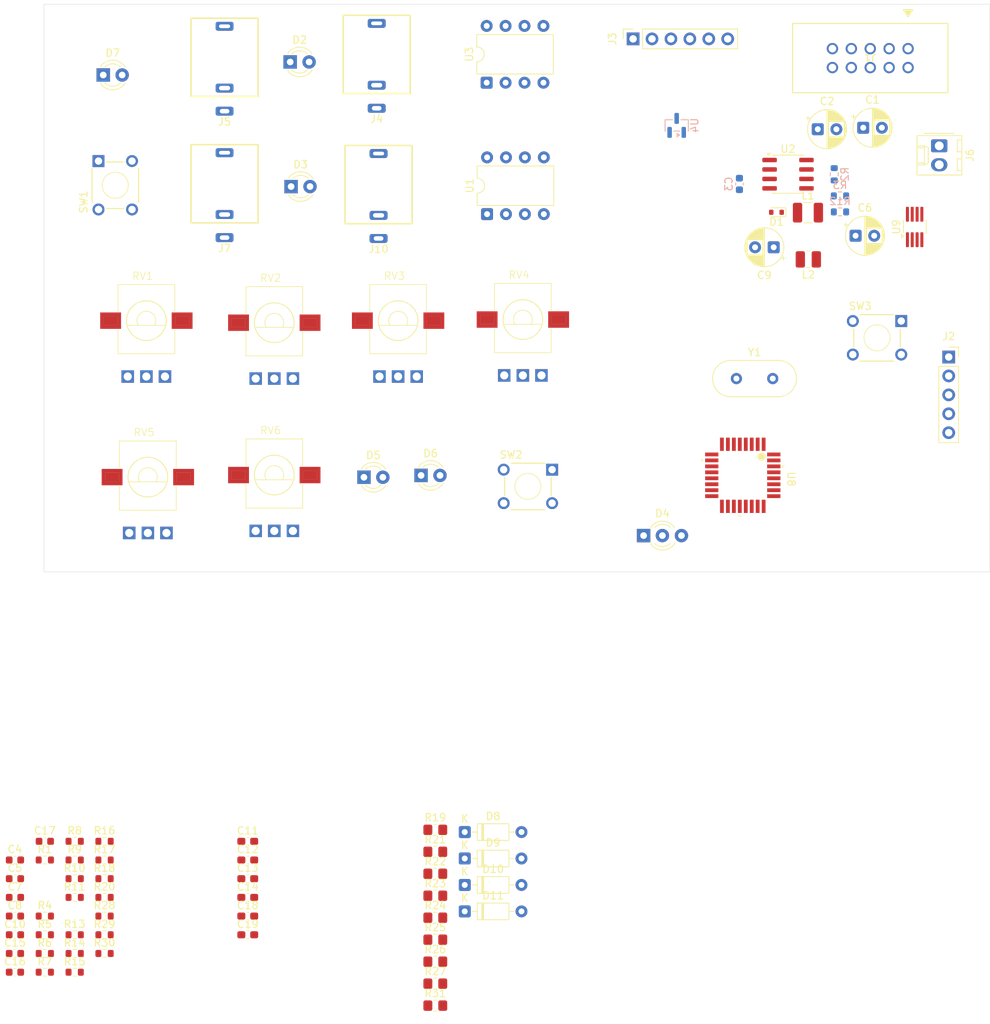
<source format=kicad_pcb>
(kicad_pcb (version 20241229) (generator "pcbnew") (generator_version "9.0")
  (layers (0 "F.Cu" signal) (2 "B.Cu" signal) (13 "F.Paste" user) (15 "B.Paste" user) (5 "F.SilkS" user "F.Silkscreen") (7 "B.SilkS" user "B.Silkscreen") (1 "F.Mask" user) (3 "B.Mask" user) (25 "Edge.Cuts" user))
  (net 0 "")
  (net 1 "GND")
  (net 2 "-12V")
  (net 3 "+12V")
  (net 4 "Net-(U2-TC)")
  (net 5 "+3.3V")
  (net 6 "Net-(C7-Pad1)")
  (net 7 "Net-(U1A-+)")
  (net 8 "+3.3VA")
  (net 9 "Net-(C10-Pad1)")
  (net 10 "Net-(U8-PC15-OSCX_OUT)")
  (net 11 "Net-(U8-PC14-OSCX_IN)")
  (net 12 "Net-(U1B-+)")
  (net 13 "Net-(U3A--)")
  (net 14 "Net-(C18-Pad2)")
  (net 15 "Net-(U3B--)")
  (net 16 "Net-(C19-Pad2)")
  (net 17 "Net-(D1-K)")
  (net 18 "Net-(D2-A)")
  (net 19 "Net-(D3-A)")
  (net 20 "Net-(D4-A1)")
  (net 21 "Net-(D4-A2)")
  (net 22 "Net-(D5-A)")
  (net 23 "Net-(D6-A)")
  (net 24 "Net-(D7-A)")
  (net 25 "/ADC_GATE_1")
  (net 26 "/ADC_GATE_2")
  (net 27 "/SWCLK")
  (net 28 "/SWDIO")
  (net 29 "/NRST")
  (net 30 "/UART_RX")
  (net 31 "/UART_TX")
  (net 34 "/EG_2_OUT")
  (net 37 "Net-(J5-PadT)")
  (net 38 "/CANL")
  (net 39 "/CANH")
  (net 40 "/SW_GATE_2")
  (net 41 "Net-(J7-PadT)")
  (net 43 "/EG_1_OUT")
  (net 44 "Net-(R1-Pad2)")
  (net 45 "Net-(U2-DC)")
  (net 46 "Net-(U2-Vfb)")
  (net 47 "/TIM3_CH1")
  (net 48 "Net-(U1A--)")
  (net 49 "/TIM3_CH4")
  (net 50 "Net-(U1B--)")
  (net 51 "Net-(R11-Pad1)")
  (net 52 "/IND_GATE_1")
  (net 53 "/IND_GATE_2")
  (net 54 "/IND_EG_MODE_0")
  (net 55 "/IND_EG_MODE_1")
  (net 56 "/IND_ANALOG_GATE")
  (net 57 "/AREF_-3V")
  (net 58 "/A3_IND_BLUE")
  (net 59 "/A3_IND_RED")
  (net 60 "/ADC_A")
  (net 61 "/ADC_D")
  (net 62 "/ADC_S")
  (net 63 "/ADC_R")
  (net 64 "/ADC_D0")
  (net 65 "/ADC_S0")
  (net 66 "/SW_GATE_SRC")
  (net 67 "/SW_EG_MODE")
  (net 69 "/CAN_STB")
  (net 70 "/FDCAN_TX")
  (net 71 "/FDCAN_RX")
  (footprint "Tactile_Switches:SW4_1825910-B_TEC" (layer "F.Cu") (at 134.825 125.325)
    (property "Reference" "SW2" (at -2.25 -4.25 0) (layer "F.SilkS"))
    (property "Value" "EG Modes")
    (pad "1" thru_hole rect (at 3.25 -2.25) (size 1.6 1.6) (drill 0.9906) (layers "*.Cu" "*.Mask") (net 1 "GND"))
    (pad "2" thru_hole circle (at -3.250001 -2.25) (size 1.6 1.6) (drill 0.9906) (layers "*.Cu" "*.Mask") (net 1 "GND"))
    (pad "3" thru_hole circle (at 3.25 2.25) (size 1.6 1.6) (drill 0.9906) (layers "*.Cu" "*.Mask") (net 67 "/SW_EG_MODE"))
    (pad "4" thru_hole circle (at -3.250001 2.25) (size 1.6 1.6) (drill 0.9906) (layers "*.Cu" "*.Mask") (net 67 "/SW_EG_MODE"))
  )
  (footprint "Synth:LED-3.0mm-3" (layer "F.Cu") (at 152.9 131.925)
    (property "Reference" "D4" (at -0.015961 -2.965 0) (layer "F.SilkS"))
    (property "Value" "XLMDKCBD34M")
    (pad "1" thru_hole rect (at -2.54 0) (size 1.8 1.8) (drill 0.9) (layers "*.Cu" "*.Mask") (net 20 "Net-(D4-A1)"))
    (pad "2" thru_hole circle (at -0.015961 0) (size 1.8 1.8) (drill 0.9) (layers "*.Cu" "*.Mask") (net 1 "GND"))
    (pad "3" thru_hole circle (at 2.54 0) (size 1.8 1.8) (drill 0.9) (layers "*.Cu" "*.Mask") (net 21 "Net-(D4-A2)"))
  )
  (footprint "Diode_THT:D_DO-35_SOD27_P7.62mm_Horizontal" (layer "F.Cu") (at 126.345 171.725)
    (property "Reference" "D8" (at 3.81 -2.12 0) (layer "F.SilkS"))
    (property "Value" "1N4148W")
    (fp_text user "K" (at 0 -1.8 0) (layer "F.SilkS"))
    (pad "1" thru_hole roundrect (at 0 0) (size 1.6 1.6) (drill 0.8) (layers "*.Cu" "*.Mask") (roundrect_rratio 0.15625) (net 8 "+3.3VA"))
    (pad "2" thru_hole circle (at 7.62 0) (size 1.6 1.6) (drill 0.8) (layers "*.Cu" "*.Mask") (net 25 "/ADC_GATE_1"))
  )
  (footprint "Diode_THT:D_DO-35_SOD27_P7.62mm_Horizontal" (layer "F.Cu") (at 126.345 175.275)
    (property "Reference" "D9" (at 3.81 -2.12 0) (layer "F.SilkS"))
    (property "Value" "1N4148W")
    (fp_text user "K" (at 0 -1.8 0) (layer "F.SilkS"))
    (pad "1" thru_hole roundrect (at 0 0) (size 1.6 1.6) (drill 0.8) (layers "*.Cu" "*.Mask") (roundrect_rratio 0.15625) (net 25 "/ADC_GATE_1"))
    (pad "2" thru_hole circle (at 7.62 0) (size 1.6 1.6) (drill 0.8) (layers "*.Cu" "*.Mask") (net 1 "GND"))
  )
  (footprint "Package_SO:SOIC-8_3.9x4.9mm_P1.27mm" (layer "F.Cu") (at 169.75 83.415)
    (property "Reference" "U2" (at 0 -3.4 0) (layer "F.SilkS"))
    (property "Value" "MC34063AD")
    (pad "1" smd roundrect (at -2.475 -1.905) (size 1.95 0.6) (layers "F.Cu" "F.Mask" "F.Paste") (net 45 "Net-(U2-DC)"))
    (pad "2" smd roundrect (at -2.475 -0.635) (size 1.95 0.6) (layers "F.Cu" "F.Mask" "F.Paste") (net 17 "Net-(D1-K)"))
    (pad "3" smd roundrect (at -2.475 0.635) (size 1.95 0.6) (layers "F.Cu" "F.Mask" "F.Paste") (net 4 "Net-(U2-TC)"))
    (pad "4" smd roundrect (at -2.475 1.905) (size 1.95 0.6) (layers "F.Cu" "F.Mask" "F.Paste") (net 1 "GND"))
    (pad "5" smd roundrect (at 2.475 1.905) (size 1.95 0.6) (layers "F.Cu" "F.Mask" "F.Paste") (net 46 "Net-(U2-Vfb)"))
    (pad "6" smd roundrect (at 2.475 0.635) (size 1.95 0.6) (layers "F.Cu" "F.Mask" "F.Paste") (net 3 "+12V"))
    (pad "7" smd roundrect (at 2.475 -0.635) (size 1.95 0.6) (layers "F.Cu" "F.Mask" "F.Paste") (net 45 "Net-(U2-DC)"))
    (pad "8" smd roundrect (at 2.475 -1.905) (size 1.95 0.6) (layers "F.Cu" "F.Mask" "F.Paste") (net 45 "Net-(U2-DC)"))
  )
  (footprint "Resistor_SMD:R_0603_1608Metric" (layer "F.Cu") (at 73.975 172.965)
    (property "Reference" "R8" (at 0 -1.43 0) (layer "F.SilkS"))
    (property "Value" "20k")
    (pad "1" smd roundrect (at -0.825 0) (size 0.8 0.95) (layers "F.Cu" "F.Mask" "F.Paste") (net 9 "Net-(C10-Pad1)"))
    (pad "2" smd roundrect (at 0.825 0) (size 0.8 0.95) (layers "F.Cu" "F.Mask" "F.Paste") (net 49 "/TIM3_CH4"))
  )
  (footprint "Crystal:Crystal_HC49-4H_Vertical" (layer "F.Cu") (at 162.82 110.85)
    (property "Reference" "Y1" (at 2.44 -3.52 0) (layer "F.SilkS"))
    (property "Value" "48 MHz")
    (pad "1" thru_hole circle (at 0 0) (size 1.5 1.5) (drill 0.8) (layers "*.Cu" "*.Mask") (net 10 "Net-(U8-PC15-OSCX_OUT)"))
    (pad "2" thru_hole circle (at 4.88 0) (size 1.5 1.5) (drill 0.8) (layers "*.Cu" "*.Mask") (net 11 "Net-(U8-PC14-OSCX_IN)"))
  )
  (footprint "Synth:ALPHA_9MM" (layer "F.Cu") (at 83.8 124.075)
    (property "Reference" "RV5" (at -0.5 -6 0) (layer "F.SilkS") (effects (font (thickness 0.1))))
    (property "Value" "10k")
    (fp_rect (start -3.86 -0.6) (end -5.75 0.6) (stroke (width 0.01)) (fill no) (layer "Edge.Cuts"))
    (fp_rect (start 3.85 -0.6) (end 5.75 0.6) (stroke (width 0.01)) (fill no) (layer "Edge.Cuts"))
    (pad "1" thru_hole rect (at -2.5 7.5) (size 1.674 1.674) (drill 1.1) (layers "*.Cu" "*.Mask") (net 1 "GND"))
    (pad "2" thru_hole rect (at 0 7.5) (size 1.674 1.674) (drill 1.1) (layers "*.Cu" "*.Mask") (net 64 "/ADC_D0"))
    (pad "3" thru_hole rect (at 2.5 7.5) (size 1.674 1.674) (drill 1.1) (layers "*.Cu" "*.Mask") (net 8 "+3.3VA"))
    (pad "4" smd rect (at -4.8 0) (size 2.8 2.2) (layers "F.Cu" "F.Mask" "F.Paste"))
    (pad "5" smd rect (at 4.8 0) (size 2.8 2.2) (layers "F.Cu" "F.Mask" "F.Paste"))
  )
  (footprint "Synth:ALPHA_9MM" (layer "F.Cu") (at 100.775 123.8)
    (property "Reference" "RV6" (at -0.5 -6 0) (layer "F.SilkS") (effects (font (thickness 0.1))))
    (property "Value" "10k")
    (fp_rect (start -3.86 -0.6) (end -5.75 0.6) (stroke (width 0.01)) (fill no) (layer "Edge.Cuts"))
    (fp_rect (start 3.85 -0.6) (end 5.75 0.6) (stroke (width 0.01)) (fill no) (layer "Edge.Cuts"))
    (pad "1" thru_hole rect (at -2.5 7.5) (size 1.674 1.674) (drill 1.1) (layers "*.Cu" "*.Mask") (net 1 "GND"))
    (pad "2" thru_hole rect (at 0 7.5) (size 1.674 1.674) (drill 1.1) (layers "*.Cu" "*.Mask") (net 65 "/ADC_S0"))
    (pad "3" thru_hole rect (at 2.5 7.5) (size 1.674 1.674) (drill 1.1) (layers "*.Cu" "*.Mask") (net 8 "+3.3VA"))
    (pad "4" smd rect (at -4.8 0) (size 2.8 2.2) (layers "F.Cu" "F.Mask" "F.Paste"))
    (pad "5" smd rect (at 4.8 0) (size 2.8 2.2) (layers "F.Cu" "F.Mask" "F.Paste"))
  )
  (footprint "LED_THT:LED_D3.0mm" (layer "F.Cu") (at 120.485 123.85)
    (property "Reference" "D6" (at 1.27 -2.96 0) (layer "F.SilkS"))
    (property "Value" "Mode 1")
    (pad "1" thru_hole rect (at 0 0) (size 1.8 1.8) (drill 0.9) (layers "*.Cu" "*.Mask") (net 1 "GND"))
    (pad "2" thru_hole circle (at 2.54 0) (size 1.8 1.8) (drill 0.9) (layers "*.Cu" "*.Mask") (net 23 "Net-(D6-A)"))
  )
  (footprint "Capacitor_SMD:C_0603_1608Metric" (layer "F.Cu") (at 65.955 188.025)
    (property "Reference" "C15" (at 0 -1.43 0) (layer "F.SilkS"))
    (property "Value" "1n")
    (pad "1" smd roundrect (at -0.775 0) (size 0.9 0.95) (layers "F.Cu" "F.Mask" "F.Paste") (net 12 "Net-(U1B-+)"))
    (pad "2" smd roundrect (at 0.775 0) (size 0.9 0.95) (layers "F.Cu" "F.Mask" "F.Paste") (net 1 "GND"))
  )
  (footprint "Resistor_SMD:R_0603_1608Metric" (layer "F.Cu") (at 69.965 190.535)
    (property "Reference" "R7" (at 0 -1.43 0) (layer "F.SilkS"))
    (property "Value" "20k")
    (pad "1" smd roundrect (at -0.825 0) (size 0.8 0.95) (layers "F.Cu" "F.Mask" "F.Paste") (net 44 "Net-(R1-Pad2)"))
    (pad "2" smd roundrect (at 0.825 0) (size 0.8 0.95) (layers "F.Cu" "F.Mask" "F.Paste") (net 48 "Net-(U1A--)"))
  )
  (footprint "Capacitor_SMD:C_0603_1608Metric" (layer "F.Cu") (at 65.955 180.495)
    (property "Reference" "C7" (at 0 -1.43 0) (layer "F.SilkS"))
    (property "Value" "1n")
    (pad "1" smd roundrect (at -0.775 0) (size 0.9 0.95) (layers "F.Cu" "F.Mask" "F.Paste") (net 6 "Net-(C7-Pad1)"))
    (pad "2" smd roundrect (at 0.775 0) (size 0.9 0.95) (layers "F.Cu" "F.Mask" "F.Paste") (net 1 "GND"))
  )
  (footprint "Inductor_SMD:L_1008_2520Metric" (layer "F.Cu") (at 172.475 94.85 180)
    (property "Reference" "L2" (at 0 -2.05 0) (layer "F.SilkS"))
    (property "Value" "150u")
    (pad "1" smd roundrect (at -1.075 0 180) (size 1.25 2.2) (layers "F.Cu" "F.Mask" "F.Paste") (roundrect_rratio 0.2) (net 5 "+3.3V"))
    (pad "2" smd roundrect (at 1.075 0 180) (size 1.25 2.2) (layers "F.Cu" "F.Mask" "F.Paste") (roundrect_rratio 0.2) (net 8 "+3.3VA"))
  )
  (footprint "Capacitor_SMD:C_0603_1608Metric" (layer "F.Cu") (at 65.955 185.515)
    (property "Reference" "C10" (at 0 -1.43 0) (layer "F.SilkS"))
    (property "Value" "1n")
    (pad "1" smd roundrect (at -0.775 0) (size 0.9 0.95) (layers "F.Cu" "F.Mask" "F.Paste") (net 9 "Net-(C10-Pad1)"))
    (pad "2" smd roundrect (at 0.775 0) (size 0.9 0.95) (layers "F.Cu" "F.Mask" "F.Paste") (net 1 "GND"))
  )
  (footprint "Inductor_SMD:L_1210_3225Metric" (layer "F.Cu") (at 172.425 88.575)
    (property "Reference" "L1" (at 0 -2.28 0) (layer "F.SilkS"))
    (property "Value" "220u")
    (pad "1" smd roundrect (at -1.4 0) (size 1.25 2.65) (layers "F.Cu" "F.Mask" "F.Paste") (roundrect_rratio 0.2) (net 17 "Net-(D1-K)"))
    (pad "2" smd roundrect (at 1.4 0) (size 1.25 2.65) (layers "F.Cu" "F.Mask" "F.Paste") (roundrect_rratio 0.2) (net 5 "+3.3V"))
  )
  (footprint "Diode_THT:D_DO-35_SOD27_P7.62mm_Horizontal" (layer "F.Cu") (at 126.345 182.375)
    (property "Reference" "D11" (at 3.81 -2.12 0) (layer "F.SilkS"))
    (property "Value" "1N4148W")
    (fp_text user "K" (at 0 -1.8 0) (layer "F.SilkS"))
    (pad "1" thru_hole roundrect (at 0 0) (size 1.6 1.6) (drill 0.8) (layers "*.Cu" "*.Mask") (roundrect_rratio 0.15625) (net 26 "/ADC_GATE_2"))
    (pad "2" thru_hole circle (at 7.62 0) (size 1.6 1.6) (drill 0.8) (layers "*.Cu" "*.Mask") (net 1 "GND"))
  )
  (footprint "stm32c092kct6:LQFP-32_STM-M" (layer "F.Cu") (at 163.675 123.8344 -90)
    (property "Reference" "U8" (at 0.5 -6.5 270) (layer "F.SilkS"))
    (property "Value" "STM32C092KCT6")
    (pad "1" smd rect (at -4.1656 -2.799999) (size 0.508 1.778) (layers "F.Cu" "F.Mask" "F.Paste") (net 40 "/SW_GATE_2"))
    (pad "2" smd rect (at -4.1656 -2.000001) (size 0.508 1.778) (layers "F.Cu" "F.Mask" "F.Paste") (net 11 "Net-(U8-PC14-OSCX_IN)"))
    (pad "3" smd rect (at -4.1656 -1.2) (size 0.508 1.778) (layers "F.Cu" "F.Mask" "F.Paste") (net 10 "Net-(U8-PC15-OSCX_OUT)"))
    (pad "4" smd rect (at -4.1656 -0.399999) (size 0.508 1.778) (layers "F.Cu" "F.Mask" "F.Paste") (net 5 "+3.3V"))
    (pad "5" smd rect (at -4.1656 0.399999) (size 0.508 1.778) (layers "F.Cu" "F.Mask" "F.Paste") (net 1 "GND"))
    (pad "6" smd rect (at -4.1656 1.2) (size 0.508 1.778) (layers "F.Cu" "F.Mask" "F.Paste") (net 29 "/NRST"))
    (pad "7" smd rect (at -4.1656 1.999999) (size 0.508 1.778) (layers "F.Cu" "F.Mask" "F.Paste") (net 60 "/ADC_A"))
    (pad "8" smd rect (at -4.1656 2.799999) (size 0.508 1.778) (layers "F.Cu" "F.Mask" "F.Paste") (net 61 "/ADC_D"))
    (pad "9" smd rect (at -2.799999 4.1656 270) (size 0.508 1.778) (layers "F.Cu" "F.Mask" "F.Paste") (net 62 "/ADC_S"))
    (pad "10" smd rect (at -2.000001 4.1656 270) (size 0.508 1.778) (layers "F.Cu" "F.Mask" "F.Paste") (net 63 "/ADC_R"))
    (pad "11" smd rect (at -1.2 4.1656 270) (size 0.508 1.778) (layers "F.Cu" "F.Mask" "F.Paste") (net 64 "/ADC_D0"))
    (pad "12" smd rect (at -0.399999 4.1656 270) (size 0.508 1.778) (layers "F.Cu" "F.Mask" "F.Paste") (net 65 "/ADC_S0"))
    (pad "13" smd rect (at 0.399999 4.1656 270) (size 0.508 1.778) (layers "F.Cu" "F.Mask" "F.Paste") (net 25 "/ADC_GATE_1"))
    (pad "14" smd rect (at 1.2 4.1656 270) (size 0.508 1.778) (layers "F.Cu" "F.Mask" "F.Paste") (net 26 "/ADC_GATE_2"))
    (pad "15" smd rect (at 1.999999 4.1656 270) (size 0.508 1.778) (layers "F.Cu" "F.Mask" "F.Paste") (net 67 "/SW_EG_MODE"))
    (pad "16" smd rect (at 2.799999 4.1656 270) (size 0.508 1.778) (layers "F.Cu" "F.Mask" "F.Paste") (net 59 "/A3_IND_RED"))
    (pad "17" smd rect (at 4.1656 2.799999) (size 0.508 1.778) (layers "F.Cu" "F.Mask" "F.Paste") (net 58 "/A3_IND_BLUE"))
    (pad "18" smd rect (at 4.1656 2.000001) (size 0.508 1.778) (layers "F.Cu" "F.Mask" "F.Paste") (net 30 "/UART_RX"))
    (pad "19" smd rect (at 4.1656 1.2) (size 0.508 1.778) (layers "F.Cu" "F.Mask" "F.Paste") (net 31 "/UART_TX"))
    (pad "20" smd rect (at 4.1656 0.399999) (size 0.508 1.778) (layers "F.Cu" "F.Mask" "F.Paste") (net 66 "/SW_GATE_SRC"))
    (pad "21" smd rect (at 4.1656 -0.399999) (size 0.508 1.778) (layers "F.Cu" "F.Mask" "F.Paste") (net 56 "/IND_ANALOG_GATE"))
    (pad "22" smd rect (at 4.1656 -1.2) (size 0.508 1.778) (layers "F.Cu" "F.Mask" "F.Paste") (net 55 "/IND_EG_MODE_1"))
    (pad "23" smd rect (at 4.1656 -1.999999) (size 0.508 1.778) (layers "F.Cu" "F.Mask" "F.Paste") (net 54 "/IND_EG_MODE_0"))
    (pad "24" smd rect (at 4.1656 -2.799999) (size 0.508 1.778) (layers "F.Cu" "F.Mask" "F.Paste") (net 28 "/SWDIO"))
    (pad "25" smd rect (at 2.799999 -4.1656 270) (size 0.508 1.778) (layers "F.Cu" "F.Mask" "F.Paste") (net 27 "/SWCLK"))
    (pad "26" smd rect (at 2.000001 -4.1656 270) (size 0.508 1.778) (layers "F.Cu" "F.Mask" "F.Paste") (net 53 "/IND_GATE_2"))
    (pad "27" smd rect (at 1.2 -4.1656 270) (size 0.508 1.778) (layers "F.Cu" "F.Mask" "F.Paste") (net 52 "/IND_GATE_1"))
    (pad "28" smd rect (at 0.399999 -4.1656 270) (size 0.508 1.778) (layers "F.Cu" "F.Mask" "F.Paste") (net 69 "/CAN_STB"))
    (pad "29" smd rect (at -0.399999 -4.1656 270) (size 0.508 1.778) (layers "F.Cu" "F.Mask" "F.Paste") (net 71 "/FDCAN_RX"))
    (pad "30" smd rect (at -1.2 -4.1656 270) (size 0.508 1.778) (layers "F.Cu" "F.Mask" "F.Paste") (net 70 "/FDCAN_TX"))
    (pad "31" smd rect (at -1.999999 -4.1656 270) (size 0.508 1.778) (layers "F.Cu" "F.Mask" "F.Paste") (net 49 "/TIM3_CH4"))
    (pad "32" smd rect (at -2.799999 -4.1656 270) (size 0.508 1.778) (layers "F.Cu" "F.Mask" "F.Paste") (net 47 "/TIM3_CH1"))
  )
  (footprint "Capacitor_SMD:C_0603_1608Metric_Pad1.08x0.95mm_HandSolder" (layer "F.Cu") (at 97.215 177.985)
    (property "Reference" "C13" (at 0 -1.43 0) (layer "F.SilkS"))
    (property "Value" "18p")
    (pad "1" smd roundrect (at -0.8625 0) (size 1.075 0.95) (layers "F.Cu" "F.Mask" "F.Paste") (net 1 "GND"))
    (pad "2" smd roundrect (at 0.8625 0) (size 1.075 0.95) (layers "F.Cu" "F.Mask" "F.Paste") (net 11 "Net-(U8-PC14-OSCX_IN)"))
  )
  (footprint "Synth:ALPHA_9MM" (layer "F.Cu") (at 100.775 103.35)
    (property "Reference" "RV2" (at -0.5 -6 0) (layer "F.SilkS") (effects (font (thickness 0.1))))
    (property "Value" "10k")
    (fp_rect (start -3.86 -0.6) (end -5.75 0.6) (stroke (width 0.01)) (fill no) (layer "Edge.Cuts"))
    (fp_rect (start 3.85 -0.6) (end 5.75 0.6) (stroke (width 0.01)) (fill no) (layer "Edge.Cuts"))
    (pad "1" thru_hole rect (at -2.5 7.5) (size 1.674 1.674) (drill 1.1) (layers "*.Cu" "*.Mask") (net 1 "GND"))
    (pad "2" thru_hole rect (at 0 7.5) (size 1.674 1.674) (drill 1.1) (layers "*.Cu" "*.Mask") (net 61 "/ADC_D"))
    (pad "3" thru_hole rect (at 2.5 7.5) (size 1.674 1.674) (drill 1.1) (layers "*.Cu" "*.Mask") (net 8 "+3.3VA"))
    (pad "4" smd rect (at -4.8 0) (size 2.8 2.2) (layers "F.Cu" "F.Mask" "F.Paste"))
    (pad "5" smd rect (at 4.8 0) (size 2.8 2.2) (layers "F.Cu" "F.Mask" "F.Paste"))
  )
  (footprint "Resistor_SMD:R_0603_1608Metric" (layer "F.Cu") (at 73.975 188.025)
    (property "Reference" "R14" (at 0 -1.43 0) (layer "F.SilkS"))
    (property "Value" "180")
    (pad "1" smd roundrect (at -0.825 0) (size 0.8 0.95) (layers "F.Cu" "F.Mask" "F.Paste") (net 52 "/IND_GATE_1"))
    (pad "2" smd roundrect (at 0.825 0) (size 0.8 0.95) (layers "F.Cu" "F.Mask" "F.Paste") (net 18 "Net-(D2-A)"))
  )
  (footprint "Capacitor_THT:CP_Radial_D5.0mm_P2.50mm" (layer "F.Cu") (at 173.744888 77.375)
    (property "Reference" "C2" (at 1.25 -3.75 0) (layer "F.SilkS"))
    (property "Value" "100u")
    (pad "1" thru_hole roundrect (at 0 0) (size 1.6 1.6) (drill 0.8) (layers "*.Cu" "*.Mask") (roundrect_rratio 0.15625) (net 3 "+12V"))
    (pad "2" thru_hole circle (at 2.5 0) (size 1.6 1.6) (drill 0.8) (layers "*.Cu" "*.Mask") (net 1 "GND"))
  )
  (footprint "Synth:ALPHA_9MM" (layer "F.Cu") (at 134.15 102.925)
    (property "Reference" "RV4" (at -0.5 -6 0) (layer "F.SilkS") (effects (font (thickness 0.1))))
    (property "Value" "10k")
    (fp_rect (start -3.86 -0.6) (end -5.75 0.6) (stroke (width 0.01)) (fill no) (layer "Edge.Cuts"))
    (fp_rect (start 3.85 -0.6) (end 5.75 0.6) (stroke (width 0.01)) (fill no) (layer "Edge.Cuts"))
    (pad "1" thru_hole rect (at -2.5 7.5) (size 1.674 1.674) (drill 1.1) (layers "*.Cu" "*.Mask") (net 1 "GND"))
    (pad "2" thru_hole rect (at 0 7.5) (size 1.674 1.674) (drill 1.1) (layers "*.Cu" "*.Mask") (net 63 "/ADC_R"))
    (pad "3" thru_hole rect (at 2.5 7.5) (size 1.674 1.674) (drill 1.1) (layers "*.Cu" "*.Mask") (net 8 "+3.3VA"))
    (pad "4" smd rect (at -4.8 0) (size 2.8 2.2) (layers "F.Cu" "F.Mask" "F.Paste"))
    (pad "5" smd rect (at 4.8 0) (size 2.8 2.2) (layers "F.Cu" "F.Mask" "F.Paste"))
  )
  (footprint "Resistor_SMD:R_0805_2012Metric_Pad1.20x1.40mm_HandSolder" (layer "F.Cu") (at 122.395 189.125)
    (property "Reference" "R26" (at 0 -1.65 0) (layer "F.SilkS"))
    (property "Value" "36k")
    (pad "1" smd roundrect (at -1 0) (size 1.2 1.4) (layers "F.Cu" "F.Mask" "F.Paste") (roundrect_rratio 0.208333) (net 57 "/AREF_-3V"))
    (pad "2" smd roundrect (at 1 0) (size 1.2 1.4) (layers "F.Cu" "F.Mask" "F.Paste") (roundrect_rratio 0.208333) (net 13 "Net-(U3A--)"))
  )
  (footprint "Capacitor_THT:CP_Radial_D5.0mm_P2.50mm" (layer "F.Cu") (at 167.825 93.225 180)
    (property "Reference" "C9" (at 1.25 -3.75 0) (layer "F.SilkS"))
    (property "Value" "47u")
    (pad "1" thru_hole roundrect (at 0 0 180) (size 1.6 1.6) (drill 0.8) (layers "*.Cu" "*.Mask") (roundrect_rratio 0.15625) (net 8 "+3.3VA"))
    (pad "2" thru_hole circle (at 2.5 0 180) (size 1.6 1.6) (drill 0.8) (layers "*.Cu" "*.Mask") (net 1 "GND"))
  )
  (footprint "LED_THT:LED_D3.0mm" (layer "F.Cu") (at 102.91 68.35)
    (property "Reference" "D2" (at 1.27 -2.96 0) (layer "F.SilkS"))
    (property "Value" "Gate 1")
    (pad "1" thru_hole rect (at 0 0) (size 1.8 1.8) (drill 0.9) (layers "*.Cu" "*.Mask") (net 1 "GND"))
    (pad "2" thru_hole circle (at 2.54 0) (size 1.8 1.8) (drill 0.9) (layers "*.Cu" "*.Mask") (net 18 "Net-(D2-A)"))
  )
  (footprint "Connector_PinSocket_2.54mm:PinSocket_1x06_P2.54mm_Vertical" (layer "F.Cu") (at 148.95 65.25 90)
    (property "Reference" "J3" (at 0 -2.77 90) (layer "F.SilkS"))
    (property "Value" "Serial Dongle")
    (pad "1" thru_hole rect (at 0 0 90) (size 1.7 1.7) (drill 1) (layers "*.Cu" "*.Mask"))
    (pad "2" thru_hole circle (at 0 2.54 90) (size 1.7 1.7) (drill 1) (layers "*.Cu" "*.Mask") (net 30 "/UART_RX"))
    (pad "3" thru_hole circle (at 0 5.08 90) (size 1.7 1.7) (drill 1) (layers "*.Cu" "*.Mask") (net 31 "/UART_TX"))
    (pad "4" thru_hole circle (at 0 7.62 90) (size 1.7 1.7) (drill 1) (layers "*.Cu" "*.Mask") (net 5 "+3.3V"))
    (pad "5" thru_hole circle (at 0 10.16 90) (size 1.7 1.7) (drill 1) (layers "*.Cu" "*.Mask"))
    (pad "6" thru_hole circle (at 0 12.7 90) (size 1.7 1.7) (drill 1) (layers "*.Cu" "*.Mask") (net 1 "GND"))
  )
  (footprint "Resistor_SMD:R_0603_1608Metric" (layer "F.Cu") (at 69.965 188.025)
    (property "Reference" "R6" (at 0 -1.43 0) (layer "F.SilkS"))
    (property "Value" "20k")
    (pad "1" smd roundrect (at -0.825 0) (size 0.8 0.95) (layers "F.Cu" "F.Mask" "F.Paste") (net 48 "Net-(U1A--)"))
    (pad "2" smd roundrect (at 0.825 0) (size 0.8 0.95) (layers "F.Cu" "F.Mask" "F.Paste") (net 1 "GND"))
  )
  (footprint "Resistor_SMD:R_0603_1608Metric" (layer "F.Cu") (at 77.985 180.495)
    (property "Reference" "R20" (at 0 -1.43 0) (layer "F.SilkS"))
    (property "Value" "10k")
    (pad "1" smd roundrect (at -0.825 0) (size 0.8 0.95) (layers "F.Cu" "F.Mask" "F.Paste") (net 25 "/ADC_GATE_1"))
    (pad "2" smd roundrect (at 0.825 0) (size 0.8 0.95) (layers "F.Cu" "F.Mask" "F.Paste") (net 14 "Net-(C18-Pad2)"))
  )
  (footprint "Resistor_SMD:R_0603_1608Metric" (layer "F.Cu") (at 69.965 183.005)
    (property "Reference" "R4" (at 0 -1.43 0) (layer "F.SilkS"))
    (property "Value" "20k")
    (pad "1" smd roundrect (at -0.825 0) (size 0.8 0.95) (layers "F.Cu" "F.Mask" "F.Paste") (net 6 "Net-(C7-Pad1)"))
    (pad "2" smd roundrect (at 0.825 0) (size 0.8 0.95) (layers "F.Cu" "F.Mask" "F.Paste") (net 47 "/TIM3_CH1"))
  )
  (footprint "LED_THT:LED_D3.0mm" (layer "F.Cu") (at 112.81 124.1)
    (property "Reference" "D5" (at 1.27 -2.96 0) (layer "F.SilkS"))
    (property "Value" "Mode 0")
    (pad "1" thru_hole rect (at 0 0) (size 1.8 1.8) (drill 0.9) (layers "*.Cu" "*.Mask") (net 1 "GND"))
    (pad "2" thru_hole circle (at 2.54 0) (size 1.8 1.8) (drill 0.9) (layers "*.Cu" "*.Mask") (net 22 "Net-(D5-A)"))
  )
  (footprint "Resistor_SMD:R_0603_1608Metric" (layer "F.Cu") (at 73.975 185.515)
    (property "Reference" "R13" (at 0 -1.43 0) (layer "F.SilkS"))
    (property "Value" "1k")
    (pad "1" smd roundrect (at -0.825 0) (size 0.8 0.95) (layers "F.Cu" "F.Mask" "F.Paste") (net 34 "/EG_2_OUT"))
    (pad "2" smd roundrect (at 0.825 0) (size 0.8 0.95) (layers "F.Cu" "F.Mask" "F.Paste") (net 51 "Net-(R11-Pad1)"))
  )
  (footprint "Resistor_SMD:R_0603_1608Metric" (layer "F.Cu") (at 73.975 190.535)
    (property "Reference" "R15" (at 0 -1.43 0) (layer "F.SilkS"))
    (property "Value" "180")
    (pad "1" smd roundrect (at -0.825 0) (size 0.8 0.95) (layers "F.Cu" "F.Mask" "F.Paste") (net 53 "/IND_GATE_2"))
    (pad "2" smd roundrect (at 0.825 0) (size 0.8 0.95) (layers "F.Cu" "F.Mask" "F.Paste") (net 19 "Net-(D3-A)"))
  )
  (footprint "Resistor_SMD:R_0603_1608Metric" (layer "F.Cu") (at 73.975 180.495)
    (property "Reference" "R11" (at 0 -1.43 0) (layer "F.SilkS"))
    (property "Value" "20k")
    (pad "1" smd roundrect (at -0.825 0) (size 0.8 0.95) (layers "F.Cu" "F.Mask" "F.Paste") (net 51 "Net-(R11-Pad1)"))
    (pad "2" smd roundrect (at 0.825 0) (size 0.8 0.95) (layers "F.Cu" "F.Mask" "F.Paste") (net 50 "Net-(U1B--)"))
  )
  (footprint "LED_THT:LED_D3.0mm" (layer "F.Cu") (at 77.81 70.1)
    (property "Reference" "D7" (at 1.27 -2.96 0) (layer "F.SilkS"))
    (property "Value" "Analog Ind")
    (pad "1" thru_hole rect (at 0 0) (size 1.8 1.8) (drill 0.9) (layers "*.Cu" "*.Mask") (net 1 "GND"))
    (pad "2" thru_hole circle (at 2.54 0) (size 1.8 1.8) (drill 0.9) (layers "*.Cu" "*.Mask") (net 24 "Net-(D7-A)"))
  )
  (footprint "Connector_PinSocket_2.54mm:PinSocket_1x05_P2.54mm_Vertical" (layer "F.Cu") (at 191.325 107.955)
    (property "Reference" "J2" (at 0 -2.77 0) (layer "F.SilkS"))
    (property "Value" "SWD")
    (pad "1" thru_hole rect (at 0 0) (size 1.7 1.7) (drill 1) (layers "*.Cu" "*.Mask") (net 5 "+3.3V"))
    (pad "2" thru_hole circle (at 0 2.54) (size 1.7 1.7) (drill 1) (layers "*.Cu" "*.Mask") (net 28 "/SWDIO"))
    (pad "3" thru_hole circle (at 0 5.08) (size 1.7 1.7) (drill 1) (layers "*.Cu" "*.Mask") (net 27 "/SWCLK"))
    (pad "4" thru_hole circle (at 0 7.62) (size 1.7 1.7) (drill 1) (layers "*.Cu" "*.Mask") (net 29 "/NRST"))
    (pad "5" thru_hole circle (at 0 10.16) (size 1.7 1.7) (drill 1) (layers "*.Cu" "*.Mask") (net 1 "GND"))
  )
  (footprint "Capacitor_SMD:C_0603_1608Metric" (layer "F.Cu") (at 65.955 190.535)
    (property "Reference" "C16" (at 0 -1.43 0) (layer "F.SilkS"))
    (property "Value" "100n")
    (pad "1" smd roundrect (at -0.775 0) (size 0.9 0.95) (layers "F.Cu" "F.Mask" "F.Paste") (net 3 "+12V"))
    (pad "2" smd roundrect (at 0.775 0) (size 0.9 0.95) (layers "F.Cu" "F.Mask" "F.Paste") (net 1 "GND"))
  )
  (footprint "Capacitor_THT:CP_Radial_D5.0mm_P2.50mm" (layer "F.Cu") (at 179.85 77.175)
    (property "Reference" "C1" (at 1.25 -3.75 0) (layer "F.SilkS"))
    (property "Value" "100u")
    (pad "1" thru_hole roundrect (at 0 0) (size 1.6 1.6) (drill 0.8) (layers "*.Cu" "*.Mask") (roundrect_rratio 0.15625) (net 1 "GND"))
    (pad "2" thru_hole circle (at 2.5 0) (size 1.6 1.6) (drill 0.8) (layers "*.Cu" "*.Mask") (net 2 "-12V"))
  )
  (footprint "Synth:ALPHA_9MM" (layer "F.Cu") (at 117.4 103.075)
    (property "Reference" "RV3" (at -0.5 -6 0) (layer "F.SilkS") (effects (font (thickness 0.1))))
    (property "Value" "10k")
    (fp_rect (start -3.86 -0.6) (end -5.75 0.6) (stroke (width 0.01)) (fill no) (layer "Edge.Cuts"))
    (fp_rect (start 3.85 -0.6) (end 5.75 0.6) (stroke (width 0.01)) (fill no) (layer "Edge.Cuts"))
    (pad "1" thru_hole rect (at -2.5 7.5) (size 1.674 1.674) (drill 1.1) (layers "*.Cu" "*.Mask") (net 1 "GND"))
    (pad "2" thru_hole rect (at 0 7.5) (size 1.674 1.674) (drill 1.1) (layers "*.Cu" "*.Mask") (net 62 "/ADC_S"))
    (pad "3" thru_hole rect (at 2.5 7.5) (size 1.674 1.674) (drill 1.1) (layers "*.Cu" "*.Mask") (net 8 "+3.3VA"))
    (pad "4" smd rect (at -4.8 0) (size 2.8 2.2) (layers "F.Cu" "F.Mask" "F.Paste"))
    (pad "5" smd rect (at 4.8 0) (size 2.8 2.2) (layers "F.Cu" "F.Mask" "F.Paste"))
  )
  (footprint "Resistor_SMD:R_0603_1608Metric" (layer "F.Cu") (at 69.965 185.515)
    (property "Reference" "R5" (at 0 -1.43 0) (layer "F.SilkS"))
    (property "Value" "20k")
    (pad "1" smd roundrect (at -0.825 0) (size 0.8 0.95) (layers "F.Cu" "F.Mask" "F.Paste") (net 7 "Net-(U1A-+)"))
    (pad "2" smd roundrect (at 0.825 0) (size 0.8 0.95) (layers "F.Cu" "F.Mask" "F.Paste") (net 6 "Net-(C7-Pad1)"))
  )
  (footprint "Resistor_SMD:R_0603_1608Metric" (layer "F.Cu") (at 73.975 175.475)
    (property "Reference" "R9" (at 0 -1.43 0) (layer "F.SilkS"))
    (property "Value" "20k")
    (pad "1" smd roundrect (at -0.825 0) (size 0.8 0.95) (layers "F.Cu" "F.Mask" "F.Paste") (net 12 "Net-(U1B-+)"))
    (pad "2" smd roundrect (at 0.825 0) (size 0.8 0.95) (layers "F.Cu" "F.Mask" "F.Paste") (net 9 "Net-(C10-Pad1)"))
  )
  (footprint "Resistor_SMD:R_0603_1608Metric" (layer "F.Cu") (at 77.985 175.475)
    (property "Reference" "R17" (at 0 -1.43 0) (layer "F.SilkS"))
    (property "Value" "180")
    (pad "1" smd roundrect (at -0.825 0) (size 0.8 0.95) (layers "F.Cu" "F.Mask" "F.Paste") (net 55 "/IND_EG_MODE_1"))
    (pad "2" smd roundrect (at 0.825 0) (size 0.8 0.95) (layers "F.Cu" "F.Mask" "F.Paste") (net 23 "Net-(D6-A)"))
  )
  (footprint "Resistor_SMD:R_0603_1608Metric" (layer "F.Cu") (at 77.985 185.515)
    (property "Reference" "R29" (at 0 -1.43 0) (layer "F.SilkS"))
    (property "Value" "330")
    (pad "1" smd roundrect (at -0.825 0) (size 0.8 0.95) (layers "F.Cu" "F.Mask" "F.Paste") (net 58 "/A3_IND_BLUE"))
    (pad "2" smd roundrect (at 0.825 0) (size 0.8 0.95) (layers "F.Cu" "F.Mask" "F.Paste") (net 21 "Net-(D4-A2)"))
  )
  (footprint "Capacitor_SMD:C_0603_1608Metric_Pad1.08x0.95mm_HandSolder" (layer "F.Cu") (at 97.215 183.005)
    (property "Reference" "C18" (at 0 -1.43 0) (layer "F.SilkS"))
    (property "Value" "2.2n")
    (pad "1" smd roundrect (at -0.8625 0) (size 1.075 0.95) (layers "F.Cu" "F.Mask" "F.Paste") (net 13 "Net-(U3A--)"))
    (pad "2" smd roundrect (at 0.8625 0) (size 1.075 0.95) (layers "F.Cu" "F.Mask" "F.Paste") (net 14 "Net-(C18-Pad2)"))
  )
  (footprint "Synth:Thonkiconn" (layer "F.Cu") (at 114.525 68.085)
    (property "Reference" "J4" (at 0 7.9 0) (layer "F.SilkS"))
    (property "Value" "EG 2 Out")
    (pad "G" thru_hole roundrect (at 0 6.48) (size 2.4 1.2) (drill oval 1.3 0.6) (layers "*.Cu" "*.Mask") (net 1 "GND"))
    (pad "T" thru_hole roundrect (at 0 -4.92) (size 2.4 1.2) (drill oval 1.5 0.5) (layers "*.Cu" "*.Mask") (net 34 "/EG_2_OUT"))
    (pad "TN" thru_hole roundrect (at 0 3.38) (size 2.4 1.2) (drill oval 1.5 0.6) (layers "*.Cu" "*.Mask"))
  )
  (footprint "Resistor_SMD:R_0805_2012Metric_Pad1.20x1.40mm_HandSolder" (layer "F.Cu") (at 122.395 183.225)
    (property "Reference" "R24" (at 0 -1.65 0) (layer "F.SilkS"))
    (property "Value" "100k")
    (pad "1" smd roundrect (at -1 0) (size 1.2 1.4) (layers "F.Cu" "F.Mask" "F.Paste") (roundrect_rratio 0.208333) (net 13 "Net-(U3A--)"))
    (pad "2" smd roundrect (at 1 0) (size 1.2 1.4) (layers "F.Cu" "F.Mask" "F.Paste") (roundrect_rratio 0.208333) (net 37 "Net-(J5-PadT)"))
  )
  (footprint "Synth:Thonkiconn" (layer "F.Cu") (at 114.775 85.56)
    (property "Reference" "J10" (at 0 7.9 0) (layer "F.SilkS"))
    (property "Value" "EG 1 Out")
    (pad "G" thru_hole roundrect (at 0 6.48) (size 2.4 1.2) (drill oval 1.3 0.6) (layers "*.Cu" "*.Mask") (net 1 "GND"))
    (pad "T" thru_hole roundrect (at 0 -4.92) (size 2.4 1.2) (drill oval 1.5 0.5) (layers "*.Cu" "*.Mask") (net 43 "/EG_1_OUT"))
    (pad "TN" thru_hole roundrect (at 0 3.38) (size 2.4 1.2) (drill oval 1.5 0.6) (layers "*.Cu" "*.Mask"))
  )
  (footprint "Package_TO_SOT_SMD:TSOT-23-8_HandSoldering" (layer "F.Cu") (at 186.75 90.5 90)
    (property "Reference" "U9" (at 0 -2.45 90) (layer "F.SilkS"))
    (property "Value" "TCAN3413")
    (pad "1" smd roundrect (at -1.71 -0.97 90) (size 2 0.4) (layers "F.Cu" "F.Mask" "F.Paste") (net 70 "/FDCAN_TX"))
    (pad "2" smd roundrect (at -1.71 -0.33 90) (size 2 0.4) (layers "F.Cu" "F.Mask" "F.Paste") (net 1 "GND"))
    (pad "3" smd roundrect (at -1.71 0.33 90) (size 2 0.4) (layers "F.Cu" "F.Mask" "F.Paste") (net 5 "+3.3V"))
    (pad "4" smd roundrect (at -1.71 0.97 90) (size 2 0.4) (layers "F.Cu" "F.Mask" "F.Paste") (net 71 "/FDCAN_RX"))
    (pad "5" smd roundrect (at 1.71 0.97 90) (size 2 0.4) (layers "F.Cu" "F.Mask" "F.Paste") (net 5 "+3.3V"))
    (pad "6" smd roundrect (at 1.71 0.33 90) (size 2 0.4) (layers "F.Cu" "F.Mask" "F.Paste") (net 38 "/CANL"))
    (pad "7" smd roundrect (at 1.71 -0.33 90) (size 2 0.4) (layers "F.Cu" "F.Mask" "F.Paste") (net 39 "/CANH"))
    (pad "8" smd roundrect (at 1.71 -0.97 90) (size 2 0.4) (layers "F.Cu" "F.Mask" "F.Paste") (net 69 "/CAN_STB"))
  )
  (footprint "Package_DIP:DIP-8_W7.62mm" (layer "F.Cu") (at 129.29 71.13 90)
    (property "Reference" "U3" (at 3.81 -2.33 90) (layer "F.SilkS"))
    (property "Value" "TL072")
    (pad "1" thru_hole roundrect (at 0 0 90) (size 1.6 1.6) (drill 0.8) (layers "*.Cu" "*.Mask") (roundrect_rratio 0.15625) (net 14 "Net-(C18-Pad2)"))
    (pad "2" thru_hole circle (at 0 2.54 90) (size 1.6 1.6) (drill 0.8) (layers "*.Cu" "*.Mask") (net 13 "Net-(U3A--)"))
    (pad "3" thru_hole circle (at 0 5.08 90) (size 1.6 1.6) (drill 0.8) (layers "*.Cu" "*.Mask") (net 1 "GND"))
    (pad "4" thru_hole circle (at 0 7.62 90) (size 1.6 1.6) (drill 0.8) (layers "*.Cu" "*.Mask") (net 2 "-12V"))
    (pad "5" thru_hole circle (at 7.62 7.62 90) (size 1.6 1.6) (drill 0.8) (layers "*.Cu" "*.Mask") (net 1 "GND"))
    (pad "6" thru_hole circle (at 7.62 5.08 90) (size 1.6 1.6) (drill 0.8) (layers "*.Cu" "*.Mask") (net 15 "Net-(U3B--)"))
    (pad "7" thru_hole circle (at 7.62 2.54 90) (size 1.6 1.6) (drill 0.8) (layers "*.Cu" "*.Mask") (net 16 "Net-(C19-Pad2)"))
    (pad "8" thru_hole circle (at 7.62 0 90) (size 1.6 1.6) (drill 0.8) (layers "*.Cu" "*.Mask") (net 3 "+12V"))
  )
  (footprint "Synth:CONN10_302-S101_OST" (layer "F.Cu") (at 185.87 66.56 180)
    (property "Reference" "J1" (at 5.08 -1.27 180) (layer "F.SilkS"))
    (property "Value" "Power bus")
    (pad "1" thru_hole circle (at 0 0 180) (size 1.524 1.524) (drill 1.016) (layers "*.Cu" "*.Mask") (net 2 "-12V"))
    (pad "2" thru_hole circle (at 0 -2.54 180) (size 1.524 1.524) (drill 1.016) (layers "*.Cu" "*.Mask") (net 2 "-12V"))
    (pad "3" thru_hole circle (at 2.54 0 180) (size 1.524 1.524) (drill 1.016) (layers "*.Cu" "*.Mask") (net 1 "GND"))
    (pad "4" thru_hole circle (at 2.54 -2.54 180) (size 1.524 1.524) (drill 1.016) (layers "*.Cu" "*.Mask") (net 1 "GND"))
    (pad "5" thru_hole circle (at 5.08 0 180) (size 1.524 1.524) (drill 1.016) (layers "*.Cu" "*.Mask") (net 1 "GND"))
    (pad "6" thru_hole circle (at 5.08 -2.54 180) (size 1.524 1.524) (drill 1.016) (layers "*.Cu" "*.Mask") (net 1 "GND"))
    (pad "7" thru_hole circle (at 7.62 0 180) (size 1.524 1.524) (drill 1.016) (layers "*.Cu" "*.Mask") (net 1 "GND"))
    (pad "8" thru_hole circle (at 7.62 -2.54 180) (size 1.524 1.524) (drill 1.016) (layers "*.Cu" "*.Mask") (net 1 "GND"))
    (pad "9" thru_hole circle (at 10.16 0 180) (size 1.524 1.524) (drill 1.016) (layers "*.Cu" "*.Mask") (net 3 "+12V"))
    (pad "10" thru_hole circle (at 10.16 -2.54 180) (size 1.524 1.524) (drill 1.016) (layers "*.Cu" "*.Mask") (net 3 "+12V"))
  )
  (footprint "Diode_SMD:D_SOD-523" (layer "F.Cu") (at 168.2 88.525 180)
    (property "Reference" "D1" (at 0 -1.3 0) (layer "F.SilkS"))
    (property "Value" "RB521S30T1G" (hide yes))
    (pad "1" smd roundrect (at -0.7 0) (size 0.6 0.7) (layers "F.Cu" "F.Mask" "F.Paste") (net 17 "Net-(D1-K)"))
    (pad "2" smd roundrect (at 0.7 0) (size 0.6 0.7) (layers "F.Cu" "F.Mask" "F.Paste") (net 1 "GND"))
  )
  (footprint "Capacitor_SMD:C_0603_1608Metric_Pad1.08x0.95mm_HandSolder" (layer "F.Cu") (at 97.215 175.475)
    (property "Reference" "C12" (at 0 -1.43 0) (layer "F.SilkS"))
    (property "Value" "18p")
    (pad "1" smd roundrect (at -0.8625 0) (size 1.075 0.95) (layers "F.Cu" "F.Mask" "F.Paste") (net 1 "GND"))
    (pad "2" smd roundrect (at 0.8625 0) (size 1.075 0.95) (layers "F.Cu" "F.Mask" "F.Paste") (net 10 "Net-(U8-PC15-OSCX_OUT)"))
  )
  (footprint "Capacitor_SMD:C_0603_1608Metric_Pad1.08x0.95mm_HandSolder" (layer "F.Cu") (at 97.215 180.495)
    (property "Reference" "C14" (at 0 -1.43 0) (layer "F.SilkS"))
    (property "Value" "100n")
    (pad "1" smd roundrect (at -0.8625 0) (size 1.075 0.95) (layers "F.Cu" "F.Mask" "F.Paste") (net 5 "+3.3V"))
    (pad "2" smd roundrect (at 0.8625 0) (size 1.075 0.95) (layers "F.Cu" "F.Mask" "F.Paste") (net 1 "GND"))
  )
  (footprint "Resistor_SMD:R_0805_2012Metric_Pad1.20x1.40mm_HandSolder" (layer "F.Cu") (at 122.395 174.375)
    (property "Reference" "R21" (at 0 -1.65 0) (layer "F.SilkS"))
    (property "Value" "10k")
    (pad "1" smd roundrect (at -1 0) (size 1.2 1.4) (layers "F.Cu" "F.Mask" "F.Paste") (roundrect_rratio 0.208333) (net 57 "/AREF_-3V"))
    (pad "2" smd roundrect (at 1 0) (size 1.2 1.4) (layers "F.Cu" "F.Mask" "F.Paste") (roundrect_rratio 0.208333) (net 2 "-12V"))
  )
  (footprint "Resistor_SMD:R_0603_1608Metric" (layer "F.Cu") (at 77.985 177.985)
    (property "Reference" "R18" (at 0 -1.43 0) (layer "F.SilkS"))
    (property "Value" "180")
    (pad "1" smd roundrect (at -0.825 0) (size 0.8 0.95) (layers "F.Cu" "F.Mask" "F.Paste") (net 56 "/IND_ANALOG_GATE"))
    (pad "2" smd roundrect (at 0.825 0) (size 0.8 0.95) (layers "F.Cu" "F.Mask" "F.Paste") (net 24 "Net-(D7-A)"))
  )
  (footprint "Resistor_SMD:R_0805_2012Metric_Pad1.20x1.40mm_HandSolder" (layer "F.Cu") (at 122.395 180.275)
    (property "Reference" "R23" (at 0 -1.65 0) (layer "F.SilkS"))
    (property "Value" "36k")
    (pad "1" smd roundrect (at -1 0) (size 1.2 1.4) (layers "F.Cu" "F.Mask" "F.Paste") (roundrect_rratio 0.208333) (net 57 "/AREF_-3V"))
    (pad "2" smd roundrect (at 1 0) (size 1.2 1.4) (layers "F.Cu" "F.Mask" "F.Paste") (roundrect_rratio 0.208333) (net 15 "Net-(U3B--)"))
  )
  (footprint "Capacitor_SMD:C_0603_1608Metric" (layer "F.Cu") (at 65.955 177.985)
    (property "Reference" "C5" (at 0 -1.43 0) (layer "F.SilkS"))
    (property "Value" "100n")
    (pad "1" smd roundrect (at -0.775 0) (size 0.9 0.95) (layers "F.Cu" "F.Mask" "F.Paste") (net 1 "GND"))
    (pad "2" smd roundrect (at 0.775 0) (size 0.9 0.95) (layers "F.Cu" "F.Mask" "F.Paste") (net 2 "-12V"))
  )
  (footprint "Resistor_SMD:R_0805_2012Metric_Pad1.20x1.40mm_HandSolder" (layer "F.Cu") (at 122.395 195.025)
    (property "Reference" "R31" (at 0 -1.65 0) (layer "F.SilkS"))
    (property "Value" "1Meg")
    (pad "1" smd roundrect (at -1 0) (size 1.2 1.4) (layers "F.Cu" "F.Mask" "F.Paste") (roundrect_rratio 0.208333) (net 8 "+3.3VA"))
    (pad "2" smd roundrect (at 1 0) (size 1.2 1.4) (layers "F.Cu" "F.Mask" "F.Paste") (roundrect_rratio 0.208333) (net 40 "/SW_GATE_2"))
  )
  (footprint "Resistor_SMD:R_0805_2012Metric_Pad1.20x1.40mm_HandSolder" (layer "F.Cu") (at 122.395 177.325)
    (property "Reference" "R22" (at 0 -1.65 0) (layer "F.SilkS"))
    (property "Value" "100k")
    (pad "1" smd roundrect (at -1 0) (size 1.2 1.4) (layers "F.Cu" "F.Mask" "F.Paste") (roundrect_rratio 0.208333) (net 15 "Net-(U3B--)"))
    (pad "2" smd roundrect (at 1 0) (size 1.2 1.4) (layers "F.Cu" "F.Mask" "F.Paste") (roundrect_rratio 0.208333) (net 41 "Net-(J7-PadT)"))
  )
  (footprint "Resistor_SMD:R_0603_1608Metric" (layer "F.Cu") (at 77.985 183.005)
    (property "Reference" "R28" (at 0 -1.43 0) (layer "F.SilkS"))
    (property "Value" "10k")
    (pad "1" smd roundrect (at -0.825 0) (size 0.8 0.95) (layers "F.Cu" "F.Mask" "F.Paste") (net 26 "/ADC_GATE_2"))
    (pad "2" smd roundrect (at 0.825 0) (size 0.8 0.95) (layers "F.Cu" "F.Mask" "F.Paste") (net 16 "Net-(C19-Pad2)"))
  )
  (footprint "Resistor_SMD:R_0805_2012Metric_Pad1.20x1.40mm_HandSolder" (layer "F.Cu") (at 122.395 171.425)
    (property "Reference" "R19" (at 0 -1.65 0) (layer "F.SilkS"))
    (property "Value" "10k")
    (pad "1" smd roundrect (at -1 0) (size 1.2 1.4) (layers "F.Cu" "F.Mask" "F.Paste") (roundrect_rratio 0.208333) (net 29 "/NRST"))
    (pad "2" smd roundrect (at 1 0) (size 1.2 1.4) (layers "F.Cu" "F.Mask" "F.Paste") (roundrect_rratio 0.208333) (net 5 "+3.3V"))
  )
  (footprint "Capacitor_SMD:C_0603_1608Metric" (layer "F.Cu") (at 65.955 175.475)
    (property "Reference" "C4" (at 0 -1.43 0) (layer "F.SilkS"))
    (property "Value" "100n")
    (pad "1" smd roundrect (at -0.775 0) (size 0.9 0.95) (layers "F.Cu" "F.Mask" "F.Paste") (net 3 "+12V"))
    (pad "2" smd roundrect (at 0.775 0) (size 0.9 0.95) (layers "F.Cu" "F.Mask" "F.Paste") (net 1 "GND"))
  )
  (footprint "Capacitor_THT:CP_Radial_D5.0mm_P2.50mm" (layer "F.Cu") (at 178.819888 91.675)
    (property "Reference" "C6" (at 1.25 -3.75 0) (layer "F.SilkS"))
    (property "Value" "100u")
    (pad "1" thru_hole roundrect (at 0 0) (size 1.6 1.6) (drill 0.8) (layers "*.Cu" "*.Mask") (roundrect_rratio 0.15625) (net 5 "+3.3V"))
    (pad "2" thru_hole circle (at 2.5 0) (size 1.6 1.6) (drill 0.8) (layers "*.Cu" "*.Mask") (net 1 "GND"))
  )
  (footprint "Package_DIP:DIP-8_W7.62mm" (layer "F.Cu") (at 129.345 88.775 90)
    (property "Reference" "U1" (at 3.81 -2.33 90) (layer "F.SilkS"))
    (property "Value" "TL072")
    (pad "1" thru_hole roundrect (at 0 0 90) (size 1.6 1.6) (drill 0.8) (layers "*.Cu" "*.Mask") (roundrect_rratio 0.15625) (net 44 "Net-(R1-Pad2)"))
    (pad "2" thru_hole circle (at 0 2.54 90) (size 1.6 1.6) (drill 0.8) (layers "*.Cu" "*.Mask") (net 48 "Net-(U1A--)"))
    (pad "3" thru_hole circle (at 0 5.08 90) (size 1.6 1.6) (drill 0.8) (layers "*.Cu" "*.Mask") (net 7 "Net-(U1A-+)"))
    (pad "4" thru_hole circle (at 0 7.62 90) (size 1.6 1.6) (drill 0.8) (layers "*.Cu" "*.Mask") (net 2 "-12V"))
    (pad "5" thru_hole circle (at 7.62 7.62 90) (size 1.6 1.6) (drill 0.8) (layers "*.Cu" "*.Mask") (net 12 "Net-(U1B-+)"))
    (pad "6" thru_hole circle (at 7.62 5.08 90) (size 1.6 1.6) (drill 0.8) (layers "*.Cu" "*.Mask") (net 50 "Net-(U1B--)"))
    (pad "7" thru_hole circle (at 7.62 2.54 90) (size 1.6 1.6) (drill 0.8) (layers "*.Cu" "*.Mask") (net 51 "Net-(R11-Pad1)"))
    (pad "8" thru_hole circle (at 7.62 0 90) (size 1.6 1.6) (drill 0.8) (layers "*.Cu" "*.Mask") (net 3 "+12V"))
  )
  (footprint "Connector_Molex:Molex_KK-254_AE-6410-02A_1x02_P2.54mm_Vertical" (layer "F.Cu") (at 190.05 79.61 -90)
    (property "Reference" "J6" (at 1.27 -4.12 90) (layer "F.SilkS"))
    (property "Value" "CAN")
    (pad "1" thru_hole roundrect (at 0 0 270) (size 1.74 2.19) (drill 1.19) (layers "*.Cu" "*.Mask") (roundrect_rratio 0.143678) (net 38 "/CANL"))
    (pad "2" thru_hole oval (at 2.54 0 270) (size 1.74 2.19) (drill 1.19) (layers "*.Cu" "*.Mask") (net 39 "/CANH"))
  )
  (footprint "Synth:Thonkiconn" (layer "F.Cu") (at 94.1 85.45)
    (property "Reference" "J7" (at 0 7.9 0) (layer "F.SilkS"))
    (property "Value" "Gate 2 In")
    (pad "G" thru_hole roundrect (at 0 6.48) (size 2.4 1.2) (drill oval 1.3 0.6) (layers "*.Cu" "*.Mask") (net 1 "GND"))
    (pad "T" thru_hole roundrect (at 0 -4.92) (size 2.4 1.2) (drill oval 1.5 0.5) (layers "*.Cu" "*.Mask") (net 41 "Net-(J7-PadT)"))
    (pad "TN" thru_hole roundrect (at 0 3.38) (size 2.4 1.2) (drill oval 1.5 0.6) (layers "*.Cu" "*.Mask") (net 40 "/SW_GATE_2"))
  )
  (footprint "Capacitor_SMD:C_0603_1608Metric" (layer "F.Cu") (at 69.965 172.965)
    (property "Reference" "C17" (at 0 -1.43 0) (layer "F.SilkS"))
    (property "Value" "100n")
    (pad "1" smd roundrect (at -0.775 0) (size 0.9 0.95) (layers "F.Cu" "F.Mask" "F.Paste") (net 1 "GND"))
    (pad "2" smd roundrect (at 0.775 0) (size 0.9 0.95) (layers "F.Cu" "F.Mask" "F.Paste") (net 2 "-12V"))
  )
  (footprint "Tactile_Switches:SW4_1825910-B_TEC" (layer "F.Cu") (at 181.7 105.375)
    (property "Reference" "SW3" (at -2.25 -4.25 0) (layer "F.SilkS"))
    (property "Value" "NRST")
    (pad "1" thru_hole rect (at 3.25 -2.25) (size 1.6 1.6) (drill 0.9906) (layers "*.Cu" "*.Mask") (net 1 "GND"))
    (pad "2" thru_hole circle (at -3.250001 -2.25) (size 1.6 1.6) (drill 0.9906) (layers "*.Cu" "*.Mask") (net 1 "GND"))
    (pad "3" thru_hole circle (at 3.25 2.25) (size 1.6 1.6) (drill 0.9906) (layers "*.Cu" "*.Mask") (net 29 "/NRST"))
    (pad "4" thru_hole circle (at -3.250001 2.25) (size 1.6 1.6) (drill 0.9906) (layers "*.Cu" "*.Mask") (net 29 "/NRST"))
  )
  (footprint "Capacitor_SMD:C_0603_1608Metric" (layer "F.Cu") (at 65.955 183.005)
    (property "Reference" "C8" (at 0 -1.43 0) (layer "F.SilkS"))
    (property "Value" "1n")
    (pad "1" smd roundrect (at -0.775 0) (size 0.9 0.95) (layers "F.Cu" "F.Mask" "F.Paste") (net 7 "Net-(U1A-+)"))
    (pad "2" smd roundrect (at 0.775 0) (size 0.9 0.95) (layers "F.Cu" "F.Mask" "F.Paste") (net 1 "GND"))
  )
  (footprint "Resistor_SMD:R_0603_1608Metric" (layer "F.Cu") (at 77.985 188.025)
    (property "Reference" "R30" (at 0 -1.43 0) (layer "F.SilkS"))
    (property "Value" "180")
    (pad "1" smd roundrect (at -0.825 0) (size 0.8 0.95) (layers "F.Cu" "F.Mask" "F.Paste") (net 59 "/A3_IND_RED"))
    (pad "2" smd roundrect (at 0.825 0) (size 0.8 0.95) (layers "F.Cu" "F.Mask" "F.Paste") (net 20 "Net-(D4-A1)"))
  )
  (footprint "Resistor_SMD:R_0805_2012Metric_Pad1.20x1.40mm_HandSolder" (layer "F.Cu") (at 122.395 192.075)
    (property "Reference" "R27" (at 0 -1.65 0) (layer "F.SilkS"))
    (property "Value" "39k")
    (pad "1" smd roundrect (at -1 0) (size 1.2 1.4) (layers "F.Cu" "F.Mask" "F.Paste") (roundrect_rratio 0.208333) (net 16 "Net-(C19-Pad2)"))
    (pad "2" smd roundrect (at 1 0) (size 1.2 1.4) (layers "F.Cu" "F.Mask" "F.Paste") (roundrect_rratio 0.208333) (net 15 "Net-(U3B--)"))
  )
  (footprint "Resistor_SMD:R_0603_1608Metric" (layer "F.Cu") (at 69.965 175.475)
    (property "Reference" "R1" (at 0 -1.43 0) (layer "F.SilkS"))
    (property "Value" "1k")
    (pad "1" smd roundrect (at -0.825 0) (size 0.8 0.95) (layers "F.Cu" "F.Mask" "F.Paste") (net 43 "/EG_1_OUT"))
    (pad "2" smd roundrect (at 0.825 0) (size 0.8 0.95) (layers "F.Cu" "F.Mask" "F.Paste") (net 44 "Net-(R1-Pad2)"))
  )
  (footprint "Capacitor_SMD:C_0603_1608Metric_Pad1.08x0.95mm_HandSolder" (layer "F.Cu") (at 97.215 185.515)
    (property "Reference" "C19" (at 0 -1.43 0) (layer "F.SilkS"))
    (property "Value" "2.2n")
    (pad "1" smd roundrect (at -0.8625 0) (size 1.075 0.95) (layers "F.Cu" "F.Mask" "F.Paste") (net 15 "Net-(U3B--)"))
    (pad "2" smd roundrect (at 0.8625 0) (size 1.075 0.95) (layers "F.Cu" "F.Mask" "F.Paste") (net 16 "Net-(C19-Pad2)"))
  )
  (footprint "Resistor_SMD:R_0603_1608Metric" (layer "F.Cu") (at 73.975 177.985)
    (property "Reference" "R10" (at 0 -1.43 0) (layer "F.SilkS"))
    (property "Value" "20k")
    (pad "1" smd roundrect (at -0.825 0) (size 0.8 0.95) (layers "F.Cu" "F.Mask" "F.Paste") (net 50 "Net-(U1B--)"))
    (pad "2" smd roundrect (at 0.825 0) (size 0.8 0.95) (layers "F.Cu" "F.Mask" "F.Paste") (net 1 "GND"))
  )
  (footprint "Capacitor_SMD:C_0603_1608Metric_Pad1.08x0.95mm_HandSolder" (layer "F.Cu") (at 97.215 172.965)
    (property "Reference" "C11" (at 0 -1.43 0) (layer "F.SilkS"))
    (property "Value" "100n")
    (pad "1" smd roundrect (at -0.8625 0) (size 1.075 0.95) (layers "F.Cu" "F.Mask" "F.Paste") (net 5 "+3.3V"))
    (pad "2" smd roundrect (at 0.8625 0) (size 1.075 0.95) (layers "F.Cu" "F.Mask" "F.Paste") (net 1 "GND"))
  )
  (footprint "Synth:ALPHA_9MM" (layer "F.Cu") (at 83.6 103.075)
    (property "Reference" "RV1" (at -0.5 -6 0) (layer "F.SilkS") (effects (font (thickness 0.1))))
    (property "Value" "10k")
    (fp_rect (start -3.86 -0.6) (end -5.75 0.6) (stroke (width 0.01)) (fill no) (layer "Edge.Cuts"))
    (fp_rect (start 3.85 -0.6) (end 5.75 0.6) (stroke (width 0.01)) (fill no) (layer "Edge.Cuts"))
    (pad "1" thru_hole rect (at -2.5 7.5) (size 1.674 1.674) (drill 1.1) (layers "*.Cu" "*.Mask") (net 1 "GND"))
    (pad "2" thru_hole rect (at 0 7.5) (size 1.674 1.674) (drill 1.1) (layers "*.Cu" "*.Mask") (net 60 "/ADC_A"))
    (pad "3" thru_hole rect (at 2.5 7.5) (size 1.674 1.674) (drill 1.1) (layers "*.Cu" "*.Mask") (net 8 "+3.3VA"))
    (pad "4" smd rect (at -4.8 0) (size 2.8 2.2) (layers "F.Cu" "F.Mask" "F.Paste"))
    (pad "5" smd rect (at 4.8 0) (size 2.8 2.2) (layers "F.Cu" "F.Mask" "F.Paste"))
  )
  (footprint "Resistor_SMD:R_0603_1608Metric" (layer "F.Cu") (at 77.985 172.965)
    (property "Reference" "R16" (at 0 -1.43 0) (layer "F.SilkS"))
    (property "Value" "180")
    (pad "1" smd roundrect (at -0.825 0) (size 0.8 0.95) (layers "F.Cu" "F.Mask" "F.Paste") (net 54 "/IND_EG_MODE_0"))
    (pad "2" smd roundrect (at 0.825 0) (size 0.8 0.95) (layers "F.Cu" "F.Mask" "F.Paste") (net 22 "Net-(D5-A)"))
  )
  (footprint "LED_THT:LED_D3.0mm" (layer "F.Cu") (at 103.035 85.075)
    (property "Reference" "D3" (at 1.27 -2.96 0) (layer "F.SilkS"))
    (property "Value" "Gate 2")
    (pad "1" thru_hole rect (at 0 0) (size 1.8 1.8) (drill 0.9) (layers "*.Cu" "*.Mask") (net 1 "GND"))
    (pad "2" thru_hole circle (at 2.54 0) (size 1.8 1.8) (drill 0.9) (layers "*.Cu" "*.Mask") (net 19 "Net-(D3-A)"))
  )
  (footprint "Tactile_Switches:SW4_1825910-B_TEC" (layer "F.Cu") (at 79.425 84.899999 90)
    (property "Reference" "SW1" (at -2.25 -4.25 90) (layer "F.SilkS"))
    (property "Value" "Gate Src")
    (pad "1" thru_hole rect (at 3.25 -2.25 90) (size 1.6 1.6) (drill 0.9906) (layers "*.Cu" "*.Mask") (net 1 "GND"))
    (pad "2" thru_hole circle (at -3.250001 -2.25 90) (size 1.6 1.6) (drill 0.9906) (layers "*.Cu" "*.Mask") (net 1 "GND"))
    (pad "3" thru_hole circle (at 3.25 2.25 90) (size 1.6 1.6) (drill 0.9906) (layers "*.Cu" "*.Mask") (net 66 "/SW_GATE_SRC"))
    (pad "4" thru_hole circle (at -3.250001 2.25 90) (size 1.6 1.6) (drill 0.9906) (layers "*.Cu" "*.Mask") (net 66 "/SW_GATE_SRC"))
  )
  (footprint "Diode_THT:D_DO-35_SOD27_P7.62mm_Horizontal" (layer "F.Cu") (at 126.345 178.825)
    (property "Reference" "D10" (at 3.81 -2.12 0) (layer "F.SilkS"))
    (property "Value" "1N4148W")
    (fp_text user "K" (at 0 -1.8 0) (layer "F.SilkS"))
    (pad "1" thru_hole roundrect (at 0 0) (size 1.6 1.6) (drill 0.8) (layers "*.Cu" "*.Mask") (roundrect_rratio 0.15625) (net 8 "+3.3VA"))
    (pad "2" thru_hole circle (at 7.62 0) (size 1.6 1.6) (drill 0.8) (layers "*.Cu" "*.Mask") (net 26 "/ADC_GATE_2"))
  )
  (footprint "Resistor_SMD:R_0805_2012Metric_Pad1.20x1.40mm_HandSolder" (layer "F.Cu") (at 122.395 186.175)
    (property "Reference" "R25" (at 0 -1.65 0) (layer "F.SilkS"))
    (property "Value" "39k")
    (pad "1" smd roundrect (at -1 0) (size 1.2 1.4) (layers "F.Cu" "F.Mask" "F.Paste") (roundrect_rratio 0.208333) (net 14 "Net-(C18-Pad2)"))
    (pad "2" smd roundrect (at 1 0) (size 1.2 1.4) (layers "F.Cu" "F.Mask" "F.Paste") (roundrect_rratio 0.208333) (net 13 "Net-(U3A--)"))
  )
  (footprint "Synth:Thonkiconn" (layer "F.Cu") (at 94.1 68.475)
    (property "Reference" "J5" (at 0 7.9 0) (layer "F.SilkS"))
    (property "Value" "Gate 1 In")
    (pad "G" thru_hole roundrect (at 0 6.48) (size 2.4 1.2) (drill oval 1.3 0.6) (layers "*.Cu" "*.Mask") (net 1 "GND"))
    (pad "T" thru_hole roundrect (at 0 -4.92) (size 2.4 1.2) (drill oval 1.5 0.5) (layers "*.Cu" "*.Mask") (net 37 "Net-(J5-PadT)"))
    (pad "TN" thru_hole roundrect (at 0 3.38) (size 2.4 1.2) (drill oval 1.5 0.6) (layers "*.Cu" "*.Mask"))
  )
  (footprint "Resistor_SMD:R_0603_1608Metric" (layer "B.Cu") (at 176.725 86.325 180)
    (property "Reference" "R3" (at 0 1.43 0) (layer "B.SilkS") (effects (justify mirror)))
    (property "Value" "2.0k")
    (pad "1" smd roundrect (at -0.825 0 180) (size 0.8 0.95) (layers "B.Cu" "B.Mask" "B.Paste") (net 1 "GND"))
    (pad "2" smd roundrect (at 0.825 0 180) (size 0.8 0.95) (layers "B.Cu" "B.Mask" "B.Paste") (net 46 "Net-(U2-Vfb)"))
  )
  (footprint "Resistor_SMD:R_0603_1608Metric" (layer "B.Cu") (at 176.725 88.475 180)
    (property "Reference" "R12" (at 0 1.43 0) (layer "B.SilkS") (effects (justify mirror)))
    (property "Value" "3.3k")
    (pad "1" smd roundrect (at -0.825 0 180) (size 0.8 0.95) (layers "B.Cu" "B.Mask" "B.Paste") (net 5 "+3.3V"))
    (pad "2" smd roundrect (at 0.825 0 180) (size 0.8 0.95) (layers "B.Cu" "B.Mask" "B.Paste") (net 46 "Net-(U2-Vfb)"))
  )
  (footprint "Capacitor_SMD:C_0603_1608Metric" (layer "B.Cu") (at 163.225 84.725 -90)
    (property "Reference" "C3" (at 0 1.43 90) (layer "B.SilkS") (effects (justify mirror)))
    (property "Value" "150p")
    (pad "1" smd roundrect (at -0.775 0 270) (size 0.9 0.95) (layers "B.Cu" "B.Mask" "B.Paste") (net 4 "Net-(U2-TC)"))
    (pad "2" smd roundrect (at 0.775 0 270) (size 0.9 0.95) (layers "B.Cu" "B.Mask" "B.Paste") (net 1 "GND"))
  )
  (footprint "Package_TO_SOT_SMD:SOT-23" (layer "B.Cu") (at 154.8 76.8625 90)
    (property "Reference" "U4" (at 0 2.4 90) (layer "B.SilkS") (effects (justify mirror)))
    (property "Value" "LM4040DBZ-3")
    (pad "1" smd roundrect (at -0.9375 0.95 90) (size 1.475 0.6) (layers "B.Cu" "B.Mask" "B.Paste") (net 1 "GND"))
    (pad "2" smd roundrect (at -0.9375 -0.95 90) (size 1.475 0.6) (layers "B.Cu" "B.Mask" "B.Paste") (net 57 "/AREF_-3V"))
    (pad "3" smd roundrect (at 0.9375 0 90) (size 1.475 0.6) (layers "B.Cu" "B.Mask" "B.Paste"))
  )
  (footprint "Resistor_SMD:R_0603_1608Metric" (layer "B.Cu") (at 175.95 83.425 90)
    (property "Reference" "R2" (at 0 1.43 90) (layer "B.SilkS") (effects (justify mirror)))
    (property "Value" "1.5")
    (pad "1" smd roundrect (at -0.825 0 90) (size 0.8 0.95) (layers "B.Cu" "B.Mask" "B.Paste") (net 3 "+12V"))
    (pad "2" smd roundrect (at 0.825 0 90) (size 0.8 0.95) (layers "B.Cu" "B.Mask" "B.Paste") (net 45 "Net-(U2-DC)"))
  )
  (gr_rect (start 69.85 60.6) (end 196.85 136.8) (stroke (width 0.05)) (fill no) (layer "Edge.Cuts"))
)
</source>
